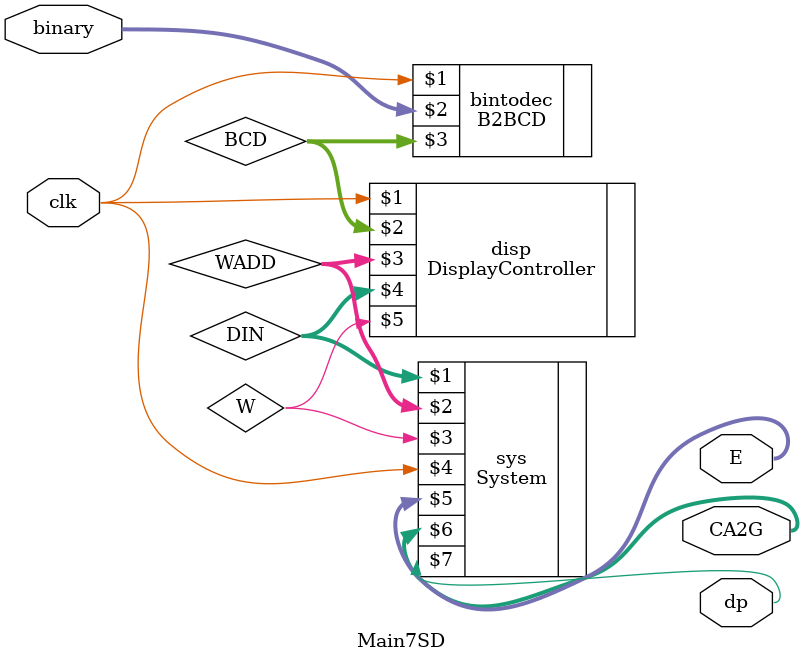
<source format=sv>
`timescale 1ns / 1ps

//**MODELED AFTER ECE3300 VERILOG CODE AND TRANSLATED TO SYSTEMVERLIOG**
module Main7SD(
input logic clk,
input logic [7:0] binary,
output logic [7:0] E,
output logic [6:0] CA2G,
output logic dp
    );
logic [11:0] BCD;
logic [1:0] WADD;
logic [5:0] DIN;
logic W;
B2BCD bintodec(clk,binary,BCD);
DisplayController disp(clk, BCD, WADD, DIN, W);
System sys(DIN, WADD, W, clk, E, CA2G, dp);
endmodule

</source>
